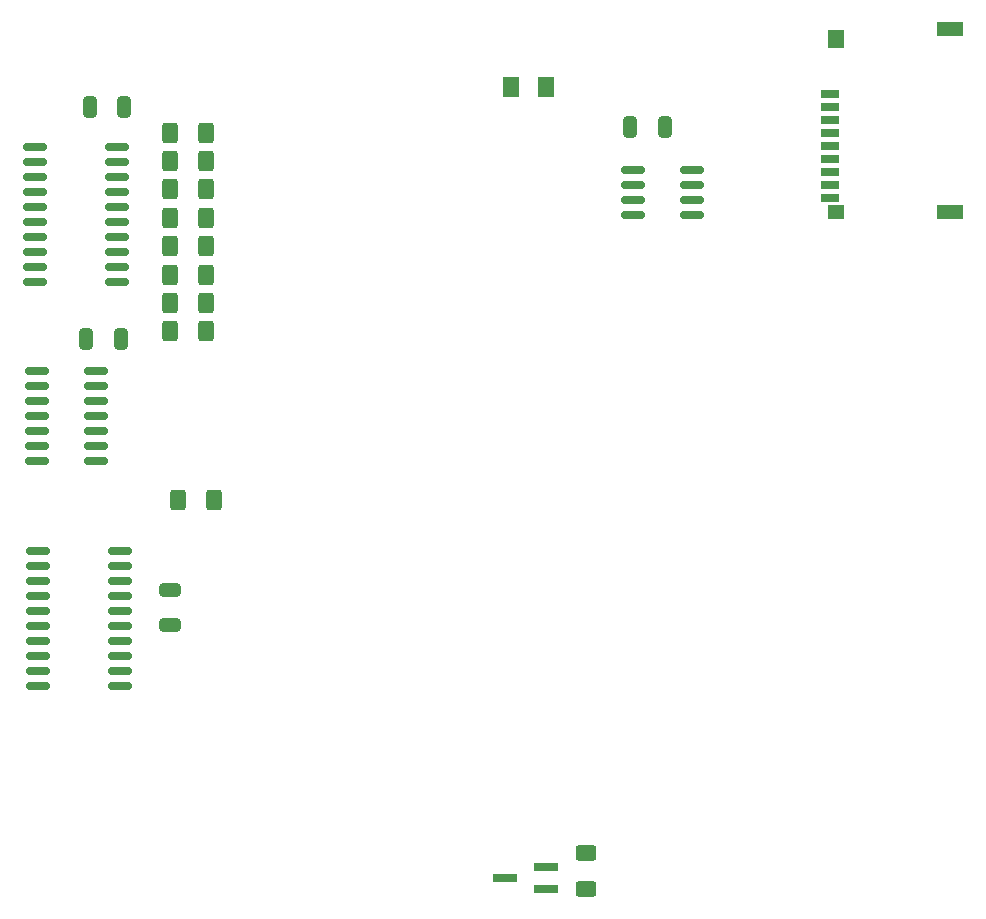
<source format=gtp>
G04 #@! TF.GenerationSoftware,KiCad,Pcbnew,6.0.11-2627ca5db0~126~ubuntu22.04.1*
G04 #@! TF.CreationDate,2023-04-18T11:11:01+01:00*
G04 #@! TF.ProjectId,srom,73726f6d-2e6b-4696-9361-645f70636258,v1.1 to v1.2 WIP*
G04 #@! TF.SameCoordinates,Original*
G04 #@! TF.FileFunction,Paste,Top*
G04 #@! TF.FilePolarity,Positive*
%FSLAX46Y46*%
G04 Gerber Fmt 4.6, Leading zero omitted, Abs format (unit mm)*
G04 Created by KiCad (PCBNEW 6.0.11-2627ca5db0~126~ubuntu22.04.1) date 2023-04-18 11:11:01*
%MOMM*%
%LPD*%
G01*
G04 APERTURE LIST*
G04 Aperture macros list*
%AMRoundRect*
0 Rectangle with rounded corners*
0 $1 Rounding radius*
0 $2 $3 $4 $5 $6 $7 $8 $9 X,Y pos of 4 corners*
0 Add a 4 corners polygon primitive as box body*
4,1,4,$2,$3,$4,$5,$6,$7,$8,$9,$2,$3,0*
0 Add four circle primitives for the rounded corners*
1,1,$1+$1,$2,$3*
1,1,$1+$1,$4,$5*
1,1,$1+$1,$6,$7*
1,1,$1+$1,$8,$9*
0 Add four rect primitives between the rounded corners*
20,1,$1+$1,$2,$3,$4,$5,0*
20,1,$1+$1,$4,$5,$6,$7,0*
20,1,$1+$1,$6,$7,$8,$9,0*
20,1,$1+$1,$8,$9,$2,$3,0*%
G04 Aperture macros list end*
%ADD10R,2.000000X0.650000*%
%ADD11RoundRect,0.250000X-0.400000X-0.625000X0.400000X-0.625000X0.400000X0.625000X-0.400000X0.625000X0*%
%ADD12RoundRect,0.250000X-0.325000X-0.650000X0.325000X-0.650000X0.325000X0.650000X-0.325000X0.650000X0*%
%ADD13RoundRect,0.250000X-0.625000X0.400000X-0.625000X-0.400000X0.625000X-0.400000X0.625000X0.400000X0*%
%ADD14R,1.600000X0.700000*%
%ADD15R,2.200000X1.200000*%
%ADD16R,1.400000X1.600000*%
%ADD17R,1.400000X1.200000*%
%ADD18RoundRect,0.150000X-0.825000X-0.150000X0.825000X-0.150000X0.825000X0.150000X-0.825000X0.150000X0*%
%ADD19RoundRect,0.150000X-0.837500X-0.150000X0.837500X-0.150000X0.837500X0.150000X-0.837500X0.150000X0*%
%ADD20RoundRect,0.250000X0.325000X0.650000X-0.325000X0.650000X-0.325000X-0.650000X0.325000X-0.650000X0*%
%ADD21RoundRect,0.250000X-0.650000X0.325000X-0.650000X-0.325000X0.650000X-0.325000X0.650000X0.325000X0*%
%ADD22RoundRect,0.250001X0.462499X0.624999X-0.462499X0.624999X-0.462499X-0.624999X0.462499X-0.624999X0*%
G04 APERTURE END LIST*
D10*
X123360000Y-162530000D03*
X123360000Y-160630000D03*
X119940000Y-161580000D03*
D11*
X92200000Y-129570000D03*
X95300000Y-129570000D03*
D12*
X84455000Y-115900000D03*
X87405000Y-115900000D03*
D13*
X126730000Y-159440000D03*
X126730000Y-162540000D03*
D14*
X147460000Y-95200000D03*
X147460000Y-96300000D03*
X147460000Y-97400000D03*
X147460000Y-98500000D03*
X147460000Y-99600000D03*
X147460000Y-100700000D03*
D15*
X157560000Y-105150000D03*
D16*
X147960000Y-90550000D03*
D17*
X147960000Y-105150000D03*
D15*
X157560000Y-89650000D03*
D14*
X147460000Y-101800000D03*
X147460000Y-102900000D03*
X147460000Y-104000000D03*
D18*
X130750000Y-101590000D03*
X130750000Y-102860000D03*
X130750000Y-104130000D03*
X130750000Y-105400000D03*
X135700000Y-105400000D03*
X135700000Y-104130000D03*
X135700000Y-102860000D03*
X135700000Y-101590000D03*
D11*
X91510715Y-108083570D03*
X94610715Y-108083570D03*
D18*
X80305000Y-118610000D03*
X80305000Y-119880000D03*
X80305000Y-121150000D03*
X80305000Y-122420000D03*
X80305000Y-123690000D03*
X80305000Y-124960000D03*
X80305000Y-126230000D03*
X85255000Y-126230000D03*
X85255000Y-124960000D03*
X85255000Y-123690000D03*
X85255000Y-122420000D03*
X85255000Y-121150000D03*
X85255000Y-119880000D03*
X85255000Y-118610000D03*
D11*
X91510715Y-112892140D03*
X94610715Y-112892140D03*
D19*
X80127500Y-99695000D03*
X80127500Y-100965000D03*
X80127500Y-102235000D03*
X80127500Y-103505000D03*
X80127500Y-104775000D03*
X80127500Y-106045000D03*
X80127500Y-107315000D03*
X80127500Y-108585000D03*
X80127500Y-109855000D03*
X80127500Y-111125000D03*
X87052500Y-111125000D03*
X87052500Y-109855000D03*
X87052500Y-108585000D03*
X87052500Y-107315000D03*
X87052500Y-106045000D03*
X87052500Y-104775000D03*
X87052500Y-103505000D03*
X87052500Y-102235000D03*
X87052500Y-100965000D03*
X87052500Y-99695000D03*
D11*
X91510715Y-103275000D03*
X94610715Y-103275000D03*
X91510715Y-115296430D03*
X94610715Y-115296430D03*
D20*
X87685000Y-96290000D03*
X84735000Y-96290000D03*
D11*
X91510715Y-100870715D03*
X94610715Y-100870715D03*
X91510715Y-98466430D03*
X94610715Y-98466430D03*
D20*
X133480000Y-97950000D03*
X130530000Y-97950000D03*
D21*
X91520000Y-137195000D03*
X91520000Y-140145000D03*
D19*
X80357500Y-133875000D03*
X80357500Y-135145000D03*
X80357500Y-136415000D03*
X80357500Y-137685000D03*
X80357500Y-138955000D03*
X80357500Y-140225000D03*
X80357500Y-141495000D03*
X80357500Y-142765000D03*
X80357500Y-144035000D03*
X80357500Y-145305000D03*
X87282500Y-145305000D03*
X87282500Y-144035000D03*
X87282500Y-142765000D03*
X87282500Y-141495000D03*
X87282500Y-140225000D03*
X87282500Y-138955000D03*
X87282500Y-137685000D03*
X87282500Y-136415000D03*
X87282500Y-135145000D03*
X87282500Y-133875000D03*
D22*
X123397500Y-94580000D03*
X120422500Y-94580000D03*
D11*
X91510715Y-110487855D03*
X94610715Y-110487855D03*
X91510715Y-105679285D03*
X94610715Y-105679285D03*
M02*

</source>
